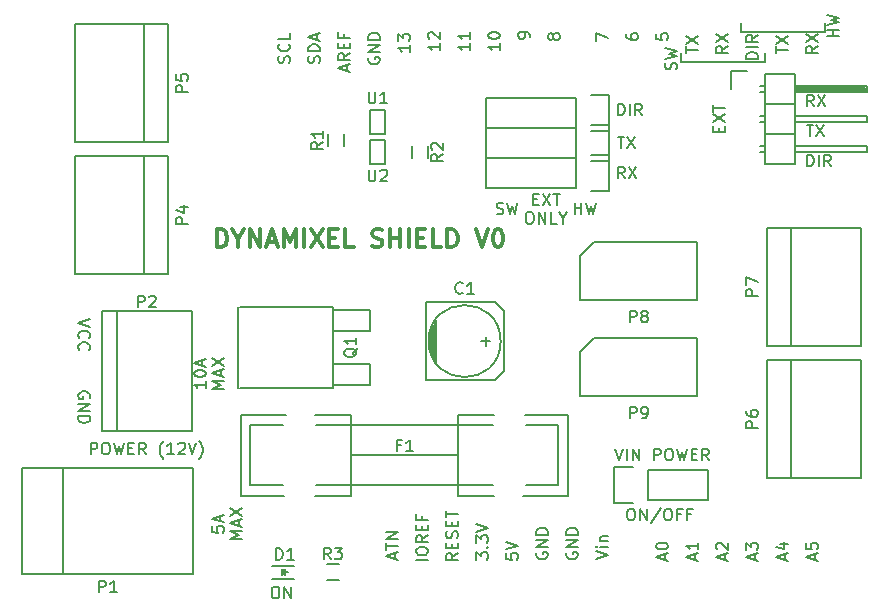
<source format=gto>
G04 #@! TF.FileFunction,Legend,Top*
%FSLAX46Y46*%
G04 Gerber Fmt 4.6, Leading zero omitted, Abs format (unit mm)*
G04 Created by KiCad (PCBNEW 4.0.1-product) date ven 26 aoû 2016 17:54:14 CEST*
%MOMM*%
G01*
G04 APERTURE LIST*
%ADD10C,0.100000*%
%ADD11C,0.150000*%
%ADD12C,0.300000*%
G04 APERTURE END LIST*
D10*
D11*
X115498571Y-66603429D02*
X115498571Y-66270095D01*
X116022381Y-66127238D02*
X116022381Y-66603429D01*
X115022381Y-66603429D01*
X115022381Y-66127238D01*
X115022381Y-65793905D02*
X116022381Y-65127238D01*
X115022381Y-65127238D02*
X116022381Y-65793905D01*
X115022381Y-64889143D02*
X115022381Y-64317714D01*
X116022381Y-64603429D02*
X115022381Y-64603429D01*
X77866952Y-105116381D02*
X78057429Y-105116381D01*
X78152667Y-105164000D01*
X78247905Y-105259238D01*
X78295524Y-105449714D01*
X78295524Y-105783048D01*
X78247905Y-105973524D01*
X78152667Y-106068762D01*
X78057429Y-106116381D01*
X77866952Y-106116381D01*
X77771714Y-106068762D01*
X77676476Y-105973524D01*
X77628857Y-105783048D01*
X77628857Y-105449714D01*
X77676476Y-105259238D01*
X77771714Y-105164000D01*
X77866952Y-105116381D01*
X78724095Y-106116381D02*
X78724095Y-105116381D01*
X79295524Y-106116381D01*
X79295524Y-105116381D01*
X62317904Y-93924381D02*
X62317904Y-92924381D01*
X62698857Y-92924381D01*
X62794095Y-92972000D01*
X62841714Y-93019619D01*
X62889333Y-93114857D01*
X62889333Y-93257714D01*
X62841714Y-93352952D01*
X62794095Y-93400571D01*
X62698857Y-93448190D01*
X62317904Y-93448190D01*
X63508380Y-92924381D02*
X63698857Y-92924381D01*
X63794095Y-92972000D01*
X63889333Y-93067238D01*
X63936952Y-93257714D01*
X63936952Y-93591048D01*
X63889333Y-93781524D01*
X63794095Y-93876762D01*
X63698857Y-93924381D01*
X63508380Y-93924381D01*
X63413142Y-93876762D01*
X63317904Y-93781524D01*
X63270285Y-93591048D01*
X63270285Y-93257714D01*
X63317904Y-93067238D01*
X63413142Y-92972000D01*
X63508380Y-92924381D01*
X64270285Y-92924381D02*
X64508380Y-93924381D01*
X64698857Y-93210095D01*
X64889333Y-93924381D01*
X65127428Y-92924381D01*
X65508380Y-93400571D02*
X65841714Y-93400571D01*
X65984571Y-93924381D02*
X65508380Y-93924381D01*
X65508380Y-92924381D01*
X65984571Y-92924381D01*
X66984571Y-93924381D02*
X66651237Y-93448190D01*
X66413142Y-93924381D02*
X66413142Y-92924381D01*
X66794095Y-92924381D01*
X66889333Y-92972000D01*
X66936952Y-93019619D01*
X66984571Y-93114857D01*
X66984571Y-93257714D01*
X66936952Y-93352952D01*
X66889333Y-93400571D01*
X66794095Y-93448190D01*
X66413142Y-93448190D01*
X68460762Y-94305333D02*
X68413142Y-94257714D01*
X68317904Y-94114857D01*
X68270285Y-94019619D01*
X68222666Y-93876762D01*
X68175047Y-93638667D01*
X68175047Y-93448190D01*
X68222666Y-93210095D01*
X68270285Y-93067238D01*
X68317904Y-92972000D01*
X68413142Y-92829143D01*
X68460762Y-92781524D01*
X69365524Y-93924381D02*
X68794095Y-93924381D01*
X69079809Y-93924381D02*
X69079809Y-92924381D01*
X68984571Y-93067238D01*
X68889333Y-93162476D01*
X68794095Y-93210095D01*
X69746476Y-93019619D02*
X69794095Y-92972000D01*
X69889333Y-92924381D01*
X70127429Y-92924381D01*
X70222667Y-92972000D01*
X70270286Y-93019619D01*
X70317905Y-93114857D01*
X70317905Y-93210095D01*
X70270286Y-93352952D01*
X69698857Y-93924381D01*
X70317905Y-93924381D01*
X70603619Y-92924381D02*
X70936952Y-93924381D01*
X71270286Y-92924381D01*
X71508381Y-94305333D02*
X71556000Y-94257714D01*
X71651238Y-94114857D01*
X71698857Y-94019619D01*
X71746476Y-93876762D01*
X71794095Y-93638667D01*
X71794095Y-93448190D01*
X71746476Y-93210095D01*
X71698857Y-93067238D01*
X71651238Y-92972000D01*
X71556000Y-92829143D01*
X71508381Y-92781524D01*
X72591381Y-100012476D02*
X72591381Y-100488667D01*
X73067571Y-100536286D01*
X73019952Y-100488667D01*
X72972333Y-100393429D01*
X72972333Y-100155333D01*
X73019952Y-100060095D01*
X73067571Y-100012476D01*
X73162810Y-99964857D01*
X73400905Y-99964857D01*
X73496143Y-100012476D01*
X73543762Y-100060095D01*
X73591381Y-100155333D01*
X73591381Y-100393429D01*
X73543762Y-100488667D01*
X73496143Y-100536286D01*
X73305667Y-99583905D02*
X73305667Y-99107714D01*
X73591381Y-99679143D02*
X72591381Y-99345810D01*
X73591381Y-99012476D01*
X75141381Y-101060095D02*
X74141381Y-101060095D01*
X74855667Y-100726761D01*
X74141381Y-100393428D01*
X75141381Y-100393428D01*
X74855667Y-99964857D02*
X74855667Y-99488666D01*
X75141381Y-100060095D02*
X74141381Y-99726762D01*
X75141381Y-99393428D01*
X74141381Y-99155333D02*
X75141381Y-98488666D01*
X74141381Y-98488666D02*
X75141381Y-99155333D01*
X72067381Y-87741047D02*
X72067381Y-88312476D01*
X72067381Y-88026762D02*
X71067381Y-88026762D01*
X71210238Y-88122000D01*
X71305476Y-88217238D01*
X71353095Y-88312476D01*
X71067381Y-87122000D02*
X71067381Y-87026761D01*
X71115000Y-86931523D01*
X71162619Y-86883904D01*
X71257857Y-86836285D01*
X71448333Y-86788666D01*
X71686429Y-86788666D01*
X71876905Y-86836285D01*
X71972143Y-86883904D01*
X72019762Y-86931523D01*
X72067381Y-87026761D01*
X72067381Y-87122000D01*
X72019762Y-87217238D01*
X71972143Y-87264857D01*
X71876905Y-87312476D01*
X71686429Y-87360095D01*
X71448333Y-87360095D01*
X71257857Y-87312476D01*
X71162619Y-87264857D01*
X71115000Y-87217238D01*
X71067381Y-87122000D01*
X71781667Y-86407714D02*
X71781667Y-85931523D01*
X72067381Y-86502952D02*
X71067381Y-86169619D01*
X72067381Y-85836285D01*
X73617381Y-88360095D02*
X72617381Y-88360095D01*
X73331667Y-88026761D01*
X72617381Y-87693428D01*
X73617381Y-87693428D01*
X73331667Y-87264857D02*
X73331667Y-86788666D01*
X73617381Y-87360095D02*
X72617381Y-87026762D01*
X73617381Y-86693428D01*
X72617381Y-86455333D02*
X73617381Y-85788666D01*
X72617381Y-85788666D02*
X73617381Y-86455333D01*
D12*
X73018572Y-76370571D02*
X73018572Y-74870571D01*
X73375715Y-74870571D01*
X73590000Y-74942000D01*
X73732858Y-75084857D01*
X73804286Y-75227714D01*
X73875715Y-75513429D01*
X73875715Y-75727714D01*
X73804286Y-76013429D01*
X73732858Y-76156286D01*
X73590000Y-76299143D01*
X73375715Y-76370571D01*
X73018572Y-76370571D01*
X74804286Y-75656286D02*
X74804286Y-76370571D01*
X74304286Y-74870571D02*
X74804286Y-75656286D01*
X75304286Y-74870571D01*
X75804286Y-76370571D02*
X75804286Y-74870571D01*
X76661429Y-76370571D01*
X76661429Y-74870571D01*
X77304286Y-75942000D02*
X78018572Y-75942000D01*
X77161429Y-76370571D02*
X77661429Y-74870571D01*
X78161429Y-76370571D01*
X78661429Y-76370571D02*
X78661429Y-74870571D01*
X79161429Y-75942000D01*
X79661429Y-74870571D01*
X79661429Y-76370571D01*
X80375715Y-76370571D02*
X80375715Y-74870571D01*
X80947144Y-74870571D02*
X81947144Y-76370571D01*
X81947144Y-74870571D02*
X80947144Y-76370571D01*
X82518572Y-75584857D02*
X83018572Y-75584857D01*
X83232858Y-76370571D02*
X82518572Y-76370571D01*
X82518572Y-74870571D01*
X83232858Y-74870571D01*
X84590001Y-76370571D02*
X83875715Y-76370571D01*
X83875715Y-74870571D01*
X86161429Y-76299143D02*
X86375715Y-76370571D01*
X86732858Y-76370571D01*
X86875715Y-76299143D01*
X86947144Y-76227714D01*
X87018572Y-76084857D01*
X87018572Y-75942000D01*
X86947144Y-75799143D01*
X86875715Y-75727714D01*
X86732858Y-75656286D01*
X86447144Y-75584857D01*
X86304286Y-75513429D01*
X86232858Y-75442000D01*
X86161429Y-75299143D01*
X86161429Y-75156286D01*
X86232858Y-75013429D01*
X86304286Y-74942000D01*
X86447144Y-74870571D01*
X86804286Y-74870571D01*
X87018572Y-74942000D01*
X87661429Y-76370571D02*
X87661429Y-74870571D01*
X87661429Y-75584857D02*
X88518572Y-75584857D01*
X88518572Y-76370571D02*
X88518572Y-74870571D01*
X89232858Y-76370571D02*
X89232858Y-74870571D01*
X89947144Y-75584857D02*
X90447144Y-75584857D01*
X90661430Y-76370571D02*
X89947144Y-76370571D01*
X89947144Y-74870571D01*
X90661430Y-74870571D01*
X92018573Y-76370571D02*
X91304287Y-76370571D01*
X91304287Y-74870571D01*
X92518573Y-76370571D02*
X92518573Y-74870571D01*
X92875716Y-74870571D01*
X93090001Y-74942000D01*
X93232859Y-75084857D01*
X93304287Y-75227714D01*
X93375716Y-75513429D01*
X93375716Y-75727714D01*
X93304287Y-76013429D01*
X93232859Y-76156286D01*
X93090001Y-76299143D01*
X92875716Y-76370571D01*
X92518573Y-76370571D01*
X94947144Y-74870571D02*
X95447144Y-76370571D01*
X95947144Y-74870571D01*
X96732858Y-74870571D02*
X96875715Y-74870571D01*
X97018572Y-74942000D01*
X97090001Y-75013429D01*
X97161430Y-75156286D01*
X97232858Y-75442000D01*
X97232858Y-75799143D01*
X97161430Y-76084857D01*
X97090001Y-76227714D01*
X97018572Y-76299143D01*
X96875715Y-76370571D01*
X96732858Y-76370571D01*
X96590001Y-76299143D01*
X96518572Y-76227714D01*
X96447144Y-76084857D01*
X96375715Y-75799143D01*
X96375715Y-75442000D01*
X96447144Y-75156286D01*
X96518572Y-75013429D01*
X96590001Y-74942000D01*
X96732858Y-74870571D01*
D11*
X103282857Y-73604381D02*
X103282857Y-72604381D01*
X103282857Y-73080571D02*
X103854286Y-73080571D01*
X103854286Y-73604381D02*
X103854286Y-72604381D01*
X104235238Y-72604381D02*
X104473333Y-73604381D01*
X104663810Y-72890095D01*
X104854286Y-73604381D01*
X105092381Y-72604381D01*
X99766571Y-72305571D02*
X100099905Y-72305571D01*
X100242762Y-72829381D02*
X99766571Y-72829381D01*
X99766571Y-71829381D01*
X100242762Y-71829381D01*
X100576095Y-71829381D02*
X101242762Y-72829381D01*
X101242762Y-71829381D02*
X100576095Y-72829381D01*
X101480857Y-71829381D02*
X102052286Y-71829381D01*
X101766571Y-72829381D02*
X101766571Y-71829381D01*
X99385619Y-73379381D02*
X99576096Y-73379381D01*
X99671334Y-73427000D01*
X99766572Y-73522238D01*
X99814191Y-73712714D01*
X99814191Y-74046048D01*
X99766572Y-74236524D01*
X99671334Y-74331762D01*
X99576096Y-74379381D01*
X99385619Y-74379381D01*
X99290381Y-74331762D01*
X99195143Y-74236524D01*
X99147524Y-74046048D01*
X99147524Y-73712714D01*
X99195143Y-73522238D01*
X99290381Y-73427000D01*
X99385619Y-73379381D01*
X100242762Y-74379381D02*
X100242762Y-73379381D01*
X100814191Y-74379381D01*
X100814191Y-73379381D01*
X101766572Y-74379381D02*
X101290381Y-74379381D01*
X101290381Y-73379381D01*
X102290381Y-73903190D02*
X102290381Y-74379381D01*
X101957048Y-73379381D02*
X102290381Y-73903190D01*
X102623715Y-73379381D01*
X96678857Y-73556762D02*
X96821714Y-73604381D01*
X97059810Y-73604381D01*
X97155048Y-73556762D01*
X97202667Y-73509143D01*
X97250286Y-73413905D01*
X97250286Y-73318667D01*
X97202667Y-73223429D01*
X97155048Y-73175810D01*
X97059810Y-73128190D01*
X96869333Y-73080571D01*
X96774095Y-73032952D01*
X96726476Y-72985333D01*
X96678857Y-72890095D01*
X96678857Y-72794857D01*
X96726476Y-72699619D01*
X96774095Y-72652000D01*
X96869333Y-72604381D01*
X97107429Y-72604381D01*
X97250286Y-72652000D01*
X97583619Y-72604381D02*
X97821714Y-73604381D01*
X98012191Y-72890095D01*
X98202667Y-73604381D01*
X98440762Y-72604381D01*
X107529334Y-70556381D02*
X107196000Y-70080190D01*
X106957905Y-70556381D02*
X106957905Y-69556381D01*
X107338858Y-69556381D01*
X107434096Y-69604000D01*
X107481715Y-69651619D01*
X107529334Y-69746857D01*
X107529334Y-69889714D01*
X107481715Y-69984952D01*
X107434096Y-70032571D01*
X107338858Y-70080190D01*
X106957905Y-70080190D01*
X107862667Y-69556381D02*
X108529334Y-70556381D01*
X108529334Y-69556381D02*
X107862667Y-70556381D01*
X106934095Y-67016381D02*
X107505524Y-67016381D01*
X107219809Y-68016381D02*
X107219809Y-67016381D01*
X107743619Y-67016381D02*
X108410286Y-68016381D01*
X108410286Y-67016381D02*
X107743619Y-68016381D01*
X106950000Y-65222381D02*
X106950000Y-64222381D01*
X107188095Y-64222381D01*
X107330953Y-64270000D01*
X107426191Y-64365238D01*
X107473810Y-64460476D01*
X107521429Y-64650952D01*
X107521429Y-64793810D01*
X107473810Y-64984286D01*
X107426191Y-65079524D01*
X107330953Y-65174762D01*
X107188095Y-65222381D01*
X106950000Y-65222381D01*
X107950000Y-65222381D02*
X107950000Y-64222381D01*
X108997619Y-65222381D02*
X108664285Y-64746190D01*
X108426190Y-65222381D02*
X108426190Y-64222381D01*
X108807143Y-64222381D01*
X108902381Y-64270000D01*
X108950000Y-64317619D01*
X108997619Y-64412857D01*
X108997619Y-64555714D01*
X108950000Y-64650952D01*
X108902381Y-64698571D01*
X108807143Y-64746190D01*
X108426190Y-64746190D01*
X106720191Y-93432381D02*
X107053524Y-94432381D01*
X107386858Y-93432381D01*
X107720191Y-94432381D02*
X107720191Y-93432381D01*
X108196381Y-94432381D02*
X108196381Y-93432381D01*
X108767810Y-94432381D01*
X108767810Y-93432381D01*
X110005905Y-94432381D02*
X110005905Y-93432381D01*
X110386858Y-93432381D01*
X110482096Y-93480000D01*
X110529715Y-93527619D01*
X110577334Y-93622857D01*
X110577334Y-93765714D01*
X110529715Y-93860952D01*
X110482096Y-93908571D01*
X110386858Y-93956190D01*
X110005905Y-93956190D01*
X111196381Y-93432381D02*
X111386858Y-93432381D01*
X111482096Y-93480000D01*
X111577334Y-93575238D01*
X111624953Y-93765714D01*
X111624953Y-94099048D01*
X111577334Y-94289524D01*
X111482096Y-94384762D01*
X111386858Y-94432381D01*
X111196381Y-94432381D01*
X111101143Y-94384762D01*
X111005905Y-94289524D01*
X110958286Y-94099048D01*
X110958286Y-93765714D01*
X111005905Y-93575238D01*
X111101143Y-93480000D01*
X111196381Y-93432381D01*
X111958286Y-93432381D02*
X112196381Y-94432381D01*
X112386858Y-93718095D01*
X112577334Y-94432381D01*
X112815429Y-93432381D01*
X113196381Y-93908571D02*
X113529715Y-93908571D01*
X113672572Y-94432381D02*
X113196381Y-94432381D01*
X113196381Y-93432381D01*
X113672572Y-93432381D01*
X114672572Y-94432381D02*
X114339238Y-93956190D01*
X114101143Y-94432381D02*
X114101143Y-93432381D01*
X114482096Y-93432381D01*
X114577334Y-93480000D01*
X114624953Y-93527619D01*
X114672572Y-93622857D01*
X114672572Y-93765714D01*
X114624953Y-93860952D01*
X114577334Y-93908571D01*
X114482096Y-93956190D01*
X114101143Y-93956190D01*
X122952000Y-69540381D02*
X122952000Y-68540381D01*
X123190095Y-68540381D01*
X123332953Y-68588000D01*
X123428191Y-68683238D01*
X123475810Y-68778476D01*
X123523429Y-68968952D01*
X123523429Y-69111810D01*
X123475810Y-69302286D01*
X123428191Y-69397524D01*
X123332953Y-69492762D01*
X123190095Y-69540381D01*
X122952000Y-69540381D01*
X123952000Y-69540381D02*
X123952000Y-68540381D01*
X124999619Y-69540381D02*
X124666285Y-69064190D01*
X124428190Y-69540381D02*
X124428190Y-68540381D01*
X124809143Y-68540381D01*
X124904381Y-68588000D01*
X124952000Y-68635619D01*
X124999619Y-68730857D01*
X124999619Y-68873714D01*
X124952000Y-68968952D01*
X124904381Y-69016571D01*
X124809143Y-69064190D01*
X124428190Y-69064190D01*
X122936095Y-66000381D02*
X123507524Y-66000381D01*
X123221809Y-67000381D02*
X123221809Y-66000381D01*
X123745619Y-66000381D02*
X124412286Y-67000381D01*
X124412286Y-66000381D02*
X123745619Y-67000381D01*
X123531334Y-64460381D02*
X123198000Y-63984190D01*
X122959905Y-64460381D02*
X122959905Y-63460381D01*
X123340858Y-63460381D01*
X123436096Y-63508000D01*
X123483715Y-63555619D01*
X123531334Y-63650857D01*
X123531334Y-63793714D01*
X123483715Y-63888952D01*
X123436096Y-63936571D01*
X123340858Y-63984190D01*
X122959905Y-63984190D01*
X123864667Y-63460381D02*
X124531334Y-64460381D01*
X124531334Y-63460381D02*
X123864667Y-64460381D01*
X107966190Y-98512381D02*
X108156667Y-98512381D01*
X108251905Y-98560000D01*
X108347143Y-98655238D01*
X108394762Y-98845714D01*
X108394762Y-99179048D01*
X108347143Y-99369524D01*
X108251905Y-99464762D01*
X108156667Y-99512381D01*
X107966190Y-99512381D01*
X107870952Y-99464762D01*
X107775714Y-99369524D01*
X107728095Y-99179048D01*
X107728095Y-98845714D01*
X107775714Y-98655238D01*
X107870952Y-98560000D01*
X107966190Y-98512381D01*
X108823333Y-99512381D02*
X108823333Y-98512381D01*
X109394762Y-99512381D01*
X109394762Y-98512381D01*
X110585238Y-98464762D02*
X109728095Y-99750476D01*
X111109047Y-98512381D02*
X111299524Y-98512381D01*
X111394762Y-98560000D01*
X111490000Y-98655238D01*
X111537619Y-98845714D01*
X111537619Y-99179048D01*
X111490000Y-99369524D01*
X111394762Y-99464762D01*
X111299524Y-99512381D01*
X111109047Y-99512381D01*
X111013809Y-99464762D01*
X110918571Y-99369524D01*
X110870952Y-99179048D01*
X110870952Y-98845714D01*
X110918571Y-98655238D01*
X111013809Y-98560000D01*
X111109047Y-98512381D01*
X112299524Y-98988571D02*
X111966190Y-98988571D01*
X111966190Y-99512381D02*
X111966190Y-98512381D01*
X112442381Y-98512381D01*
X113156667Y-98988571D02*
X112823333Y-98988571D01*
X112823333Y-99512381D02*
X112823333Y-98512381D01*
X113299524Y-98512381D01*
X62222000Y-89154096D02*
X62269619Y-89058858D01*
X62269619Y-88916001D01*
X62222000Y-88773143D01*
X62126762Y-88677905D01*
X62031524Y-88630286D01*
X61841048Y-88582667D01*
X61698190Y-88582667D01*
X61507714Y-88630286D01*
X61412476Y-88677905D01*
X61317238Y-88773143D01*
X61269619Y-88916001D01*
X61269619Y-89011239D01*
X61317238Y-89154096D01*
X61364857Y-89201715D01*
X61698190Y-89201715D01*
X61698190Y-89011239D01*
X61269619Y-89630286D02*
X62269619Y-89630286D01*
X61269619Y-90201715D01*
X62269619Y-90201715D01*
X61269619Y-90677905D02*
X62269619Y-90677905D01*
X62269619Y-90916000D01*
X62222000Y-91058858D01*
X62126762Y-91154096D01*
X62031524Y-91201715D01*
X61841048Y-91249334D01*
X61698190Y-91249334D01*
X61507714Y-91201715D01*
X61412476Y-91154096D01*
X61317238Y-91058858D01*
X61269619Y-90916000D01*
X61269619Y-90677905D01*
X62269619Y-82486667D02*
X61269619Y-82820000D01*
X62269619Y-83153334D01*
X61364857Y-84058096D02*
X61317238Y-84010477D01*
X61269619Y-83867620D01*
X61269619Y-83772382D01*
X61317238Y-83629524D01*
X61412476Y-83534286D01*
X61507714Y-83486667D01*
X61698190Y-83439048D01*
X61841048Y-83439048D01*
X62031524Y-83486667D01*
X62126762Y-83534286D01*
X62222000Y-83629524D01*
X62269619Y-83772382D01*
X62269619Y-83867620D01*
X62222000Y-84010477D01*
X62174381Y-84058096D01*
X61364857Y-85058096D02*
X61317238Y-85010477D01*
X61269619Y-84867620D01*
X61269619Y-84772382D01*
X61317238Y-84629524D01*
X61412476Y-84534286D01*
X61507714Y-84486667D01*
X61698190Y-84439048D01*
X61841048Y-84439048D01*
X62031524Y-84486667D01*
X62126762Y-84534286D01*
X62222000Y-84629524D01*
X62269619Y-84772382D01*
X62269619Y-84867620D01*
X62222000Y-85010477D01*
X62174381Y-85058096D01*
X91059000Y-83566000D02*
X91059000Y-85090000D01*
X91186000Y-85471000D02*
X91186000Y-83185000D01*
X91313000Y-82931000D02*
X91313000Y-85725000D01*
X91440000Y-85979000D02*
X91440000Y-82677000D01*
X91567000Y-82550000D02*
X91567000Y-86106000D01*
X90678000Y-81026000D02*
X90678000Y-87630000D01*
X90678000Y-87630000D02*
X96520000Y-87630000D01*
X96520000Y-87630000D02*
X97282000Y-86868000D01*
X97282000Y-86868000D02*
X97282000Y-81788000D01*
X97282000Y-81788000D02*
X96520000Y-81026000D01*
X96520000Y-81026000D02*
X90678000Y-81026000D01*
X96139000Y-84328000D02*
X95377000Y-84328000D01*
X95758000Y-83947000D02*
X95758000Y-84709000D01*
X97028000Y-84328000D02*
G75*
G03X97028000Y-84328000I-3048000J0D01*
G01*
X103378000Y-63754000D02*
X95758000Y-63754000D01*
X103378000Y-66294000D02*
X95758000Y-66294000D01*
X106198000Y-66574000D02*
X104648000Y-66574000D01*
X95758000Y-63754000D02*
X95758000Y-66294000D01*
X103378000Y-66294000D02*
X103378000Y-63754000D01*
X104648000Y-63474000D02*
X106198000Y-63474000D01*
X106198000Y-63474000D02*
X106198000Y-66574000D01*
X103378000Y-66294000D02*
X95758000Y-66294000D01*
X103378000Y-68834000D02*
X95758000Y-68834000D01*
X106198000Y-69114000D02*
X104648000Y-69114000D01*
X95758000Y-66294000D02*
X95758000Y-68834000D01*
X103378000Y-68834000D02*
X103378000Y-66294000D01*
X104648000Y-66014000D02*
X106198000Y-66014000D01*
X106198000Y-66014000D02*
X106198000Y-69114000D01*
X103378000Y-68834000D02*
X95758000Y-68834000D01*
X103378000Y-71374000D02*
X95758000Y-71374000D01*
X106198000Y-71654000D02*
X104648000Y-71654000D01*
X95758000Y-68834000D02*
X95758000Y-71374000D01*
X103378000Y-71374000D02*
X103378000Y-68834000D01*
X104648000Y-68554000D02*
X106198000Y-68554000D01*
X106198000Y-68554000D02*
X106198000Y-71654000D01*
X109474000Y-97790000D02*
X114554000Y-97790000D01*
X114554000Y-97790000D02*
X114554000Y-95250000D01*
X114554000Y-95250000D02*
X109474000Y-95250000D01*
X106654000Y-94970000D02*
X108204000Y-94970000D01*
X109474000Y-95250000D02*
X109474000Y-97790000D01*
X108204000Y-98070000D02*
X106654000Y-98070000D01*
X106654000Y-98070000D02*
X106654000Y-94970000D01*
X64516000Y-91948000D02*
X64516000Y-81788000D01*
X63246000Y-91948000D02*
X70866000Y-91948000D01*
X70866000Y-91948000D02*
X70866000Y-81788000D01*
X70866000Y-81788000D02*
X63246000Y-81788000D01*
X63246000Y-81788000D02*
X63246000Y-91948000D01*
X116556000Y-61442000D02*
X116556000Y-62992000D01*
X117856000Y-61442000D02*
X116556000Y-61442000D01*
X122047000Y-62865000D02*
X127889000Y-62865000D01*
X127889000Y-62865000D02*
X127889000Y-63119000D01*
X127889000Y-63119000D02*
X122047000Y-63119000D01*
X122047000Y-63119000D02*
X122047000Y-62992000D01*
X122047000Y-62992000D02*
X127889000Y-62992000D01*
X119380000Y-62738000D02*
X118999000Y-62738000D01*
X119380000Y-63246000D02*
X118999000Y-63246000D01*
X119380000Y-65278000D02*
X118999000Y-65278000D01*
X119380000Y-65786000D02*
X118999000Y-65786000D01*
X119380000Y-67818000D02*
X118999000Y-67818000D01*
X119380000Y-68326000D02*
X118999000Y-68326000D01*
X121920000Y-64262000D02*
X121920000Y-61722000D01*
X128016000Y-63246000D02*
X121920000Y-63246000D01*
X128016000Y-62738000D02*
X128016000Y-63246000D01*
X121920000Y-62738000D02*
X128016000Y-62738000D01*
X119380000Y-64262000D02*
X121920000Y-64262000D01*
X119380000Y-61722000D02*
X119380000Y-64262000D01*
X119380000Y-61722000D02*
X121920000Y-61722000D01*
X119380000Y-66802000D02*
X121920000Y-66802000D01*
X119380000Y-66802000D02*
X119380000Y-69342000D01*
X121920000Y-67818000D02*
X128016000Y-67818000D01*
X128016000Y-67818000D02*
X128016000Y-68326000D01*
X128016000Y-68326000D02*
X121920000Y-68326000D01*
X121920000Y-69342000D02*
X121920000Y-66802000D01*
X121920000Y-66802000D02*
X121920000Y-64262000D01*
X128016000Y-65786000D02*
X121920000Y-65786000D01*
X128016000Y-65278000D02*
X128016000Y-65786000D01*
X121920000Y-65278000D02*
X128016000Y-65278000D01*
X119380000Y-66802000D02*
X121920000Y-66802000D01*
X119380000Y-64262000D02*
X119380000Y-66802000D01*
X119380000Y-64262000D02*
X121920000Y-64262000D01*
X119380000Y-69342000D02*
X121920000Y-69342000D01*
X66864000Y-78660000D02*
X66864000Y-68660000D01*
X60964000Y-68660000D02*
X60964000Y-78660000D01*
X60964000Y-78660000D02*
X68864000Y-78660000D01*
X68864000Y-78660000D02*
X68864000Y-68660000D01*
X68864000Y-68660000D02*
X60964000Y-68660000D01*
X66864000Y-67484000D02*
X66864000Y-57484000D01*
X60964000Y-57484000D02*
X60964000Y-67484000D01*
X60964000Y-67484000D02*
X68864000Y-67484000D01*
X68864000Y-67484000D02*
X68864000Y-57484000D01*
X68864000Y-57484000D02*
X60964000Y-57484000D01*
X121604000Y-85932000D02*
X121604000Y-95932000D01*
X127504000Y-95932000D02*
X127504000Y-85932000D01*
X127504000Y-85932000D02*
X119604000Y-85932000D01*
X119604000Y-85932000D02*
X119604000Y-95932000D01*
X119604000Y-95932000D02*
X127504000Y-95932000D01*
X103762000Y-77124000D02*
X104962000Y-75924000D01*
X113662000Y-75924000D02*
X104962000Y-75924000D01*
X103762000Y-80824000D02*
X103762000Y-77124000D01*
X113662000Y-80824000D02*
X113662000Y-75924000D01*
X103762000Y-80824000D02*
X113662000Y-80824000D01*
X103762000Y-85252000D02*
X104962000Y-84052000D01*
X113662000Y-84052000D02*
X104962000Y-84052000D01*
X103762000Y-88952000D02*
X103762000Y-85252000D01*
X113662000Y-88952000D02*
X113662000Y-84052000D01*
X103762000Y-88952000D02*
X113662000Y-88952000D01*
X82804000Y-83439000D02*
X85979000Y-83439000D01*
X85979000Y-83439000D02*
X85979000Y-81661000D01*
X85979000Y-81661000D02*
X82804000Y-81661000D01*
X82804000Y-88011000D02*
X85979000Y-88011000D01*
X85979000Y-88011000D02*
X85979000Y-86233000D01*
X85979000Y-86233000D02*
X82804000Y-86233000D01*
X76708000Y-81407000D02*
X82804000Y-81407000D01*
X82804000Y-81407000D02*
X82804000Y-88265000D01*
X82804000Y-88265000D02*
X74930000Y-88265000D01*
X74803000Y-88265000D02*
X74803000Y-81407000D01*
X74930000Y-81407000D02*
X76708000Y-81407000D01*
X82383000Y-67810000D02*
X82383000Y-66810000D01*
X83733000Y-66810000D02*
X83733000Y-67810000D01*
X89495000Y-68826000D02*
X89495000Y-67826000D01*
X90845000Y-67826000D02*
X90845000Y-68826000D01*
X85979000Y-64770000D02*
X85979000Y-66802000D01*
X85979000Y-66802000D02*
X87249000Y-66802000D01*
X87249000Y-66802000D02*
X87249000Y-64770000D01*
X87249000Y-64770000D02*
X85979000Y-64770000D01*
X87249000Y-69342000D02*
X87249000Y-67310000D01*
X87249000Y-67310000D02*
X85979000Y-67310000D01*
X85979000Y-67310000D02*
X85979000Y-69342000D01*
X85979000Y-69342000D02*
X87249000Y-69342000D01*
X60007500Y-95067120D02*
X60007500Y-104068880D01*
X56507380Y-95067120D02*
X56507380Y-104068880D01*
X56507380Y-104068880D02*
X71008240Y-104068880D01*
X71008240Y-104068880D02*
X71008240Y-95067120D01*
X71008240Y-95067120D02*
X56507380Y-95067120D01*
X121604000Y-74756000D02*
X121604000Y-84756000D01*
X127504000Y-84756000D02*
X127504000Y-74756000D01*
X127504000Y-74756000D02*
X119604000Y-74756000D01*
X119604000Y-74756000D02*
X119604000Y-84756000D01*
X119604000Y-84756000D02*
X127504000Y-84756000D01*
X93400000Y-93980000D02*
X84400000Y-93980000D01*
X102767640Y-97409000D02*
X98957640Y-97409000D01*
X93400000Y-97409000D02*
X96500000Y-97409000D01*
X101878640Y-96520000D02*
X99211640Y-96520000D01*
X92115640Y-91440000D02*
X94909640Y-91440000D01*
X101876100Y-91440000D02*
X99209100Y-91440000D01*
X102767640Y-90551000D02*
X99084640Y-90551000D01*
X93400000Y-90551000D02*
X96500000Y-90551000D01*
X75032360Y-97409000D02*
X78715360Y-97409000D01*
X84400000Y-97409000D02*
X81300000Y-97409000D01*
X83017360Y-96520000D02*
X82890360Y-96520000D01*
X83017360Y-96520000D02*
X85557360Y-96520000D01*
X75794360Y-96520000D02*
X78588360Y-96520000D01*
X75032360Y-90551000D02*
X78842360Y-90551000D01*
X84400000Y-90551000D02*
X81300000Y-90551000D01*
X85557360Y-91440000D02*
X82890360Y-91440000D01*
X75794360Y-91440000D02*
X78588360Y-91440000D01*
X102767640Y-90551000D02*
X102767640Y-97409000D01*
X93400000Y-97409000D02*
X93400000Y-96520000D01*
X93400000Y-90551000D02*
X93400000Y-91440000D01*
X75032360Y-90551000D02*
X75032360Y-97409000D01*
X84400000Y-97409000D02*
X84400000Y-96520000D01*
X84400000Y-90551000D02*
X84400000Y-91567000D01*
X96400000Y-96520000D02*
X81400000Y-96520000D01*
X81400000Y-91440000D02*
X96400000Y-91440000D01*
X84400000Y-93980000D02*
X84400000Y-91440000D01*
X75796900Y-91440000D02*
X75796900Y-96520000D01*
X84400000Y-96520000D02*
X84400000Y-93980000D01*
X93400000Y-93980000D02*
X93400000Y-91440000D01*
X101876100Y-91440000D02*
X101876100Y-96520000D01*
X93400000Y-96520000D02*
X93400000Y-93980000D01*
X77640000Y-104436000D02*
X79540000Y-104436000D01*
X77640000Y-103336000D02*
X79540000Y-103336000D01*
X78540000Y-103886000D02*
X78990000Y-103886000D01*
X78490000Y-103636000D02*
X78490000Y-104136000D01*
X78490000Y-103886000D02*
X78740000Y-103636000D01*
X78740000Y-103636000D02*
X78740000Y-104136000D01*
X78740000Y-104136000D02*
X78490000Y-103886000D01*
X82304000Y-103211000D02*
X83304000Y-103211000D01*
X83304000Y-104561000D02*
X82304000Y-104561000D01*
X119380000Y-60706000D02*
X119380000Y-59944000D01*
X119380000Y-60706000D02*
X112268000Y-60706000D01*
X112268000Y-59944000D02*
X112268000Y-60706000D01*
X117348000Y-57404000D02*
X117348000Y-58166000D01*
X117348000Y-58166000D02*
X124460000Y-58166000D01*
X124460000Y-58166000D02*
X124460000Y-57404000D01*
X93813334Y-80240143D02*
X93765715Y-80287762D01*
X93622858Y-80335381D01*
X93527620Y-80335381D01*
X93384762Y-80287762D01*
X93289524Y-80192524D01*
X93241905Y-80097286D01*
X93194286Y-79906810D01*
X93194286Y-79763952D01*
X93241905Y-79573476D01*
X93289524Y-79478238D01*
X93384762Y-79383000D01*
X93527620Y-79335381D01*
X93622858Y-79335381D01*
X93765715Y-79383000D01*
X93813334Y-79430619D01*
X94765715Y-80335381D02*
X94194286Y-80335381D01*
X94480000Y-80335381D02*
X94480000Y-79335381D01*
X94384762Y-79478238D01*
X94289524Y-79573476D01*
X94194286Y-79621095D01*
X66317905Y-81478381D02*
X66317905Y-80478381D01*
X66698858Y-80478381D01*
X66794096Y-80526000D01*
X66841715Y-80573619D01*
X66889334Y-80668857D01*
X66889334Y-80811714D01*
X66841715Y-80906952D01*
X66794096Y-80954571D01*
X66698858Y-81002190D01*
X66317905Y-81002190D01*
X67270286Y-80573619D02*
X67317905Y-80526000D01*
X67413143Y-80478381D01*
X67651239Y-80478381D01*
X67746477Y-80526000D01*
X67794096Y-80573619D01*
X67841715Y-80668857D01*
X67841715Y-80764095D01*
X67794096Y-80906952D01*
X67222667Y-81478381D01*
X67841715Y-81478381D01*
X70556381Y-74398095D02*
X69556381Y-74398095D01*
X69556381Y-74017142D01*
X69604000Y-73921904D01*
X69651619Y-73874285D01*
X69746857Y-73826666D01*
X69889714Y-73826666D01*
X69984952Y-73874285D01*
X70032571Y-73921904D01*
X70080190Y-74017142D01*
X70080190Y-74398095D01*
X69889714Y-72969523D02*
X70556381Y-72969523D01*
X69508762Y-73207619D02*
X70223048Y-73445714D01*
X70223048Y-72826666D01*
X70556381Y-63222095D02*
X69556381Y-63222095D01*
X69556381Y-62841142D01*
X69604000Y-62745904D01*
X69651619Y-62698285D01*
X69746857Y-62650666D01*
X69889714Y-62650666D01*
X69984952Y-62698285D01*
X70032571Y-62745904D01*
X70080190Y-62841142D01*
X70080190Y-63222095D01*
X69556381Y-61745904D02*
X69556381Y-62222095D01*
X70032571Y-62269714D01*
X69984952Y-62222095D01*
X69937333Y-62126857D01*
X69937333Y-61888761D01*
X69984952Y-61793523D01*
X70032571Y-61745904D01*
X70127810Y-61698285D01*
X70365905Y-61698285D01*
X70461143Y-61745904D01*
X70508762Y-61793523D01*
X70556381Y-61888761D01*
X70556381Y-62126857D01*
X70508762Y-62222095D01*
X70461143Y-62269714D01*
X118816381Y-91670095D02*
X117816381Y-91670095D01*
X117816381Y-91289142D01*
X117864000Y-91193904D01*
X117911619Y-91146285D01*
X118006857Y-91098666D01*
X118149714Y-91098666D01*
X118244952Y-91146285D01*
X118292571Y-91193904D01*
X118340190Y-91289142D01*
X118340190Y-91670095D01*
X117816381Y-90241523D02*
X117816381Y-90432000D01*
X117864000Y-90527238D01*
X117911619Y-90574857D01*
X118054476Y-90670095D01*
X118244952Y-90717714D01*
X118625905Y-90717714D01*
X118721143Y-90670095D01*
X118768762Y-90622476D01*
X118816381Y-90527238D01*
X118816381Y-90336761D01*
X118768762Y-90241523D01*
X118721143Y-90193904D01*
X118625905Y-90146285D01*
X118387810Y-90146285D01*
X118292571Y-90193904D01*
X118244952Y-90241523D01*
X118197333Y-90336761D01*
X118197333Y-90527238D01*
X118244952Y-90622476D01*
X118292571Y-90670095D01*
X118387810Y-90717714D01*
X107973905Y-82748381D02*
X107973905Y-81748381D01*
X108354858Y-81748381D01*
X108450096Y-81796000D01*
X108497715Y-81843619D01*
X108545334Y-81938857D01*
X108545334Y-82081714D01*
X108497715Y-82176952D01*
X108450096Y-82224571D01*
X108354858Y-82272190D01*
X107973905Y-82272190D01*
X109116762Y-82176952D02*
X109021524Y-82129333D01*
X108973905Y-82081714D01*
X108926286Y-81986476D01*
X108926286Y-81938857D01*
X108973905Y-81843619D01*
X109021524Y-81796000D01*
X109116762Y-81748381D01*
X109307239Y-81748381D01*
X109402477Y-81796000D01*
X109450096Y-81843619D01*
X109497715Y-81938857D01*
X109497715Y-81986476D01*
X109450096Y-82081714D01*
X109402477Y-82129333D01*
X109307239Y-82176952D01*
X109116762Y-82176952D01*
X109021524Y-82224571D01*
X108973905Y-82272190D01*
X108926286Y-82367429D01*
X108926286Y-82557905D01*
X108973905Y-82653143D01*
X109021524Y-82700762D01*
X109116762Y-82748381D01*
X109307239Y-82748381D01*
X109402477Y-82700762D01*
X109450096Y-82653143D01*
X109497715Y-82557905D01*
X109497715Y-82367429D01*
X109450096Y-82272190D01*
X109402477Y-82224571D01*
X109307239Y-82176952D01*
X107973905Y-90876381D02*
X107973905Y-89876381D01*
X108354858Y-89876381D01*
X108450096Y-89924000D01*
X108497715Y-89971619D01*
X108545334Y-90066857D01*
X108545334Y-90209714D01*
X108497715Y-90304952D01*
X108450096Y-90352571D01*
X108354858Y-90400190D01*
X107973905Y-90400190D01*
X109021524Y-90876381D02*
X109212000Y-90876381D01*
X109307239Y-90828762D01*
X109354858Y-90781143D01*
X109450096Y-90638286D01*
X109497715Y-90447810D01*
X109497715Y-90066857D01*
X109450096Y-89971619D01*
X109402477Y-89924000D01*
X109307239Y-89876381D01*
X109116762Y-89876381D01*
X109021524Y-89924000D01*
X108973905Y-89971619D01*
X108926286Y-90066857D01*
X108926286Y-90304952D01*
X108973905Y-90400190D01*
X109021524Y-90447810D01*
X109116762Y-90495429D01*
X109307239Y-90495429D01*
X109402477Y-90447810D01*
X109450096Y-90400190D01*
X109497715Y-90304952D01*
X84875619Y-84931238D02*
X84828000Y-85026476D01*
X84732762Y-85121714D01*
X84589905Y-85264571D01*
X84542286Y-85359810D01*
X84542286Y-85455048D01*
X84780381Y-85407429D02*
X84732762Y-85502667D01*
X84637524Y-85597905D01*
X84447048Y-85645524D01*
X84113714Y-85645524D01*
X83923238Y-85597905D01*
X83828000Y-85502667D01*
X83780381Y-85407429D01*
X83780381Y-85216952D01*
X83828000Y-85121714D01*
X83923238Y-85026476D01*
X84113714Y-84978857D01*
X84447048Y-84978857D01*
X84637524Y-85026476D01*
X84732762Y-85121714D01*
X84780381Y-85216952D01*
X84780381Y-85407429D01*
X84780381Y-84026476D02*
X84780381Y-84597905D01*
X84780381Y-84312191D02*
X83780381Y-84312191D01*
X83923238Y-84407429D01*
X84018476Y-84502667D01*
X84066095Y-84597905D01*
X81986381Y-67476666D02*
X81510190Y-67810000D01*
X81986381Y-68048095D02*
X80986381Y-68048095D01*
X80986381Y-67667142D01*
X81034000Y-67571904D01*
X81081619Y-67524285D01*
X81176857Y-67476666D01*
X81319714Y-67476666D01*
X81414952Y-67524285D01*
X81462571Y-67571904D01*
X81510190Y-67667142D01*
X81510190Y-68048095D01*
X81986381Y-66524285D02*
X81986381Y-67095714D01*
X81986381Y-66810000D02*
X80986381Y-66810000D01*
X81129238Y-66905238D01*
X81224476Y-67000476D01*
X81272095Y-67095714D01*
X92146381Y-68492666D02*
X91670190Y-68826000D01*
X92146381Y-69064095D02*
X91146381Y-69064095D01*
X91146381Y-68683142D01*
X91194000Y-68587904D01*
X91241619Y-68540285D01*
X91336857Y-68492666D01*
X91479714Y-68492666D01*
X91574952Y-68540285D01*
X91622571Y-68587904D01*
X91670190Y-68683142D01*
X91670190Y-69064095D01*
X91241619Y-68111714D02*
X91194000Y-68064095D01*
X91146381Y-67968857D01*
X91146381Y-67730761D01*
X91194000Y-67635523D01*
X91241619Y-67587904D01*
X91336857Y-67540285D01*
X91432095Y-67540285D01*
X91574952Y-67587904D01*
X92146381Y-68159333D01*
X92146381Y-67540285D01*
X85852095Y-63206381D02*
X85852095Y-64015905D01*
X85899714Y-64111143D01*
X85947333Y-64158762D01*
X86042571Y-64206381D01*
X86233048Y-64206381D01*
X86328286Y-64158762D01*
X86375905Y-64111143D01*
X86423524Y-64015905D01*
X86423524Y-63206381D01*
X87423524Y-64206381D02*
X86852095Y-64206381D01*
X87137809Y-64206381D02*
X87137809Y-63206381D01*
X87042571Y-63349238D01*
X86947333Y-63444476D01*
X86852095Y-63492095D01*
X85852095Y-69810381D02*
X85852095Y-70619905D01*
X85899714Y-70715143D01*
X85947333Y-70762762D01*
X86042571Y-70810381D01*
X86233048Y-70810381D01*
X86328286Y-70762762D01*
X86375905Y-70715143D01*
X86423524Y-70619905D01*
X86423524Y-69810381D01*
X86852095Y-69905619D02*
X86899714Y-69858000D01*
X86994952Y-69810381D01*
X87233048Y-69810381D01*
X87328286Y-69858000D01*
X87375905Y-69905619D01*
X87423524Y-70000857D01*
X87423524Y-70096095D01*
X87375905Y-70238952D01*
X86804476Y-70810381D01*
X87423524Y-70810381D01*
X63015905Y-105608381D02*
X63015905Y-104608381D01*
X63396858Y-104608381D01*
X63492096Y-104656000D01*
X63539715Y-104703619D01*
X63587334Y-104798857D01*
X63587334Y-104941714D01*
X63539715Y-105036952D01*
X63492096Y-105084571D01*
X63396858Y-105132190D01*
X63015905Y-105132190D01*
X64539715Y-105608381D02*
X63968286Y-105608381D01*
X64254000Y-105608381D02*
X64254000Y-104608381D01*
X64158762Y-104751238D01*
X64063524Y-104846476D01*
X63968286Y-104894095D01*
X118816381Y-80494095D02*
X117816381Y-80494095D01*
X117816381Y-80113142D01*
X117864000Y-80017904D01*
X117911619Y-79970285D01*
X118006857Y-79922666D01*
X118149714Y-79922666D01*
X118244952Y-79970285D01*
X118292571Y-80017904D01*
X118340190Y-80113142D01*
X118340190Y-80494095D01*
X117816381Y-79589333D02*
X117816381Y-78922666D01*
X118816381Y-79351238D01*
X88566667Y-93146571D02*
X88233333Y-93146571D01*
X88233333Y-93670381D02*
X88233333Y-92670381D01*
X88709524Y-92670381D01*
X89614286Y-93670381D02*
X89042857Y-93670381D01*
X89328571Y-93670381D02*
X89328571Y-92670381D01*
X89233333Y-92813238D01*
X89138095Y-92908476D01*
X89042857Y-92956095D01*
X78001905Y-102838381D02*
X78001905Y-101838381D01*
X78240000Y-101838381D01*
X78382858Y-101886000D01*
X78478096Y-101981238D01*
X78525715Y-102076476D01*
X78573334Y-102266952D01*
X78573334Y-102409810D01*
X78525715Y-102600286D01*
X78478096Y-102695524D01*
X78382858Y-102790762D01*
X78240000Y-102838381D01*
X78001905Y-102838381D01*
X79525715Y-102838381D02*
X78954286Y-102838381D01*
X79240000Y-102838381D02*
X79240000Y-101838381D01*
X79144762Y-101981238D01*
X79049524Y-102076476D01*
X78954286Y-102124095D01*
X82637334Y-102814381D02*
X82304000Y-102338190D01*
X82065905Y-102814381D02*
X82065905Y-101814381D01*
X82446858Y-101814381D01*
X82542096Y-101862000D01*
X82589715Y-101909619D01*
X82637334Y-102004857D01*
X82637334Y-102147714D01*
X82589715Y-102242952D01*
X82542096Y-102290571D01*
X82446858Y-102338190D01*
X82065905Y-102338190D01*
X82970667Y-101814381D02*
X83589715Y-101814381D01*
X83256381Y-102195333D01*
X83399239Y-102195333D01*
X83494477Y-102242952D01*
X83542096Y-102290571D01*
X83589715Y-102385810D01*
X83589715Y-102623905D01*
X83542096Y-102719143D01*
X83494477Y-102766762D01*
X83399239Y-102814381D01*
X83113524Y-102814381D01*
X83018286Y-102766762D01*
X82970667Y-102719143D01*
X111910762Y-61309143D02*
X111958381Y-61166286D01*
X111958381Y-60928190D01*
X111910762Y-60832952D01*
X111863143Y-60785333D01*
X111767905Y-60737714D01*
X111672667Y-60737714D01*
X111577429Y-60785333D01*
X111529810Y-60832952D01*
X111482190Y-60928190D01*
X111434571Y-61118667D01*
X111386952Y-61213905D01*
X111339333Y-61261524D01*
X111244095Y-61309143D01*
X111148857Y-61309143D01*
X111053619Y-61261524D01*
X111006000Y-61213905D01*
X110958381Y-61118667D01*
X110958381Y-60880571D01*
X111006000Y-60737714D01*
X110958381Y-60404381D02*
X111958381Y-60166286D01*
X111244095Y-59975809D01*
X111958381Y-59785333D01*
X110958381Y-59547238D01*
X125674381Y-58515143D02*
X124674381Y-58515143D01*
X125150571Y-58515143D02*
X125150571Y-57943714D01*
X125674381Y-57943714D02*
X124674381Y-57943714D01*
X124674381Y-57562762D02*
X125674381Y-57324667D01*
X124960095Y-57134190D01*
X125674381Y-56943714D01*
X124674381Y-56705619D01*
X79144762Y-60753476D02*
X79192381Y-60610619D01*
X79192381Y-60372523D01*
X79144762Y-60277285D01*
X79097143Y-60229666D01*
X79001905Y-60182047D01*
X78906667Y-60182047D01*
X78811429Y-60229666D01*
X78763810Y-60277285D01*
X78716190Y-60372523D01*
X78668571Y-60563000D01*
X78620952Y-60658238D01*
X78573333Y-60705857D01*
X78478095Y-60753476D01*
X78382857Y-60753476D01*
X78287619Y-60705857D01*
X78240000Y-60658238D01*
X78192381Y-60563000D01*
X78192381Y-60324904D01*
X78240000Y-60182047D01*
X79097143Y-59182047D02*
X79144762Y-59229666D01*
X79192381Y-59372523D01*
X79192381Y-59467761D01*
X79144762Y-59610619D01*
X79049524Y-59705857D01*
X78954286Y-59753476D01*
X78763810Y-59801095D01*
X78620952Y-59801095D01*
X78430476Y-59753476D01*
X78335238Y-59705857D01*
X78240000Y-59610619D01*
X78192381Y-59467761D01*
X78192381Y-59372523D01*
X78240000Y-59229666D01*
X78287619Y-59182047D01*
X79192381Y-58277285D02*
X79192381Y-58753476D01*
X78192381Y-58753476D01*
X81684762Y-60777286D02*
X81732381Y-60634429D01*
X81732381Y-60396333D01*
X81684762Y-60301095D01*
X81637143Y-60253476D01*
X81541905Y-60205857D01*
X81446667Y-60205857D01*
X81351429Y-60253476D01*
X81303810Y-60301095D01*
X81256190Y-60396333D01*
X81208571Y-60586810D01*
X81160952Y-60682048D01*
X81113333Y-60729667D01*
X81018095Y-60777286D01*
X80922857Y-60777286D01*
X80827619Y-60729667D01*
X80780000Y-60682048D01*
X80732381Y-60586810D01*
X80732381Y-60348714D01*
X80780000Y-60205857D01*
X81732381Y-59777286D02*
X80732381Y-59777286D01*
X80732381Y-59539191D01*
X80780000Y-59396333D01*
X80875238Y-59301095D01*
X80970476Y-59253476D01*
X81160952Y-59205857D01*
X81303810Y-59205857D01*
X81494286Y-59253476D01*
X81589524Y-59301095D01*
X81684762Y-59396333D01*
X81732381Y-59539191D01*
X81732381Y-59777286D01*
X81446667Y-58824905D02*
X81446667Y-58348714D01*
X81732381Y-58920143D02*
X80732381Y-58586810D01*
X81732381Y-58253476D01*
X83986667Y-61436048D02*
X83986667Y-60959857D01*
X84272381Y-61531286D02*
X83272381Y-61197953D01*
X84272381Y-60864619D01*
X84272381Y-59959857D02*
X83796190Y-60293191D01*
X84272381Y-60531286D02*
X83272381Y-60531286D01*
X83272381Y-60150333D01*
X83320000Y-60055095D01*
X83367619Y-60007476D01*
X83462857Y-59959857D01*
X83605714Y-59959857D01*
X83700952Y-60007476D01*
X83748571Y-60055095D01*
X83796190Y-60150333D01*
X83796190Y-60531286D01*
X83748571Y-59531286D02*
X83748571Y-59197952D01*
X84272381Y-59055095D02*
X84272381Y-59531286D01*
X83272381Y-59531286D01*
X83272381Y-59055095D01*
X83748571Y-58293190D02*
X83748571Y-58626524D01*
X84272381Y-58626524D02*
X83272381Y-58626524D01*
X83272381Y-58150333D01*
X85860000Y-60324904D02*
X85812381Y-60420142D01*
X85812381Y-60562999D01*
X85860000Y-60705857D01*
X85955238Y-60801095D01*
X86050476Y-60848714D01*
X86240952Y-60896333D01*
X86383810Y-60896333D01*
X86574286Y-60848714D01*
X86669524Y-60801095D01*
X86764762Y-60705857D01*
X86812381Y-60562999D01*
X86812381Y-60467761D01*
X86764762Y-60324904D01*
X86717143Y-60277285D01*
X86383810Y-60277285D01*
X86383810Y-60467761D01*
X86812381Y-59848714D02*
X85812381Y-59848714D01*
X86812381Y-59277285D01*
X85812381Y-59277285D01*
X86812381Y-58801095D02*
X85812381Y-58801095D01*
X85812381Y-58563000D01*
X85860000Y-58420142D01*
X85955238Y-58324904D01*
X86050476Y-58277285D01*
X86240952Y-58229666D01*
X86383810Y-58229666D01*
X86574286Y-58277285D01*
X86669524Y-58324904D01*
X86764762Y-58420142D01*
X86812381Y-58563000D01*
X86812381Y-58801095D01*
X89352381Y-59245476D02*
X89352381Y-59816905D01*
X89352381Y-59531191D02*
X88352381Y-59531191D01*
X88495238Y-59626429D01*
X88590476Y-59721667D01*
X88638095Y-59816905D01*
X88352381Y-58912143D02*
X88352381Y-58293095D01*
X88733333Y-58626429D01*
X88733333Y-58483571D01*
X88780952Y-58388333D01*
X88828571Y-58340714D01*
X88923810Y-58293095D01*
X89161905Y-58293095D01*
X89257143Y-58340714D01*
X89304762Y-58388333D01*
X89352381Y-58483571D01*
X89352381Y-58769286D01*
X89304762Y-58864524D01*
X89257143Y-58912143D01*
X91892381Y-59118476D02*
X91892381Y-59689905D01*
X91892381Y-59404191D02*
X90892381Y-59404191D01*
X91035238Y-59499429D01*
X91130476Y-59594667D01*
X91178095Y-59689905D01*
X90987619Y-58737524D02*
X90940000Y-58689905D01*
X90892381Y-58594667D01*
X90892381Y-58356571D01*
X90940000Y-58261333D01*
X90987619Y-58213714D01*
X91082857Y-58166095D01*
X91178095Y-58166095D01*
X91320952Y-58213714D01*
X91892381Y-58785143D01*
X91892381Y-58166095D01*
X94432381Y-59118476D02*
X94432381Y-59689905D01*
X94432381Y-59404191D02*
X93432381Y-59404191D01*
X93575238Y-59499429D01*
X93670476Y-59594667D01*
X93718095Y-59689905D01*
X94432381Y-58166095D02*
X94432381Y-58737524D01*
X94432381Y-58451810D02*
X93432381Y-58451810D01*
X93575238Y-58547048D01*
X93670476Y-58642286D01*
X93718095Y-58737524D01*
X96972381Y-59118476D02*
X96972381Y-59689905D01*
X96972381Y-59404191D02*
X95972381Y-59404191D01*
X96115238Y-59499429D01*
X96210476Y-59594667D01*
X96258095Y-59689905D01*
X95972381Y-58499429D02*
X95972381Y-58404190D01*
X96020000Y-58308952D01*
X96067619Y-58261333D01*
X96162857Y-58213714D01*
X96353333Y-58166095D01*
X96591429Y-58166095D01*
X96781905Y-58213714D01*
X96877143Y-58261333D01*
X96924762Y-58308952D01*
X96972381Y-58404190D01*
X96972381Y-58499429D01*
X96924762Y-58594667D01*
X96877143Y-58642286D01*
X96781905Y-58689905D01*
X96591429Y-58737524D01*
X96353333Y-58737524D01*
X96162857Y-58689905D01*
X96067619Y-58642286D01*
X96020000Y-58594667D01*
X95972381Y-58499429D01*
X99512381Y-58610476D02*
X99512381Y-58420000D01*
X99464762Y-58324761D01*
X99417143Y-58277142D01*
X99274286Y-58181904D01*
X99083810Y-58134285D01*
X98702857Y-58134285D01*
X98607619Y-58181904D01*
X98560000Y-58229523D01*
X98512381Y-58324761D01*
X98512381Y-58515238D01*
X98560000Y-58610476D01*
X98607619Y-58658095D01*
X98702857Y-58705714D01*
X98940952Y-58705714D01*
X99036190Y-58658095D01*
X99083810Y-58610476D01*
X99131429Y-58515238D01*
X99131429Y-58324761D01*
X99083810Y-58229523D01*
X99036190Y-58181904D01*
X98940952Y-58134285D01*
X101480952Y-58642238D02*
X101433333Y-58737476D01*
X101385714Y-58785095D01*
X101290476Y-58832714D01*
X101242857Y-58832714D01*
X101147619Y-58785095D01*
X101100000Y-58737476D01*
X101052381Y-58642238D01*
X101052381Y-58451761D01*
X101100000Y-58356523D01*
X101147619Y-58308904D01*
X101242857Y-58261285D01*
X101290476Y-58261285D01*
X101385714Y-58308904D01*
X101433333Y-58356523D01*
X101480952Y-58451761D01*
X101480952Y-58642238D01*
X101528571Y-58737476D01*
X101576190Y-58785095D01*
X101671429Y-58832714D01*
X101861905Y-58832714D01*
X101957143Y-58785095D01*
X102004762Y-58737476D01*
X102052381Y-58642238D01*
X102052381Y-58451761D01*
X102004762Y-58356523D01*
X101957143Y-58308904D01*
X101861905Y-58261285D01*
X101671429Y-58261285D01*
X101576190Y-58308904D01*
X101528571Y-58356523D01*
X101480952Y-58451761D01*
X105116381Y-58880333D02*
X105116381Y-58213666D01*
X106116381Y-58642238D01*
X107656381Y-58356523D02*
X107656381Y-58547000D01*
X107704000Y-58642238D01*
X107751619Y-58689857D01*
X107894476Y-58785095D01*
X108084952Y-58832714D01*
X108465905Y-58832714D01*
X108561143Y-58785095D01*
X108608762Y-58737476D01*
X108656381Y-58642238D01*
X108656381Y-58451761D01*
X108608762Y-58356523D01*
X108561143Y-58308904D01*
X108465905Y-58261285D01*
X108227810Y-58261285D01*
X108132571Y-58308904D01*
X108084952Y-58356523D01*
X108037333Y-58451761D01*
X108037333Y-58642238D01*
X108084952Y-58737476D01*
X108132571Y-58785095D01*
X108227810Y-58832714D01*
X110196381Y-58308904D02*
X110196381Y-58785095D01*
X110672571Y-58832714D01*
X110624952Y-58785095D01*
X110577333Y-58689857D01*
X110577333Y-58451761D01*
X110624952Y-58356523D01*
X110672571Y-58308904D01*
X110767810Y-58261285D01*
X111005905Y-58261285D01*
X111101143Y-58308904D01*
X111148762Y-58356523D01*
X111196381Y-58451761D01*
X111196381Y-58689857D01*
X111148762Y-58785095D01*
X111101143Y-58832714D01*
X112736381Y-59943905D02*
X112736381Y-59372476D01*
X113736381Y-59658191D02*
X112736381Y-59658191D01*
X112736381Y-59134381D02*
X113736381Y-58467714D01*
X112736381Y-58467714D02*
X113736381Y-59134381D01*
X116276381Y-59348666D02*
X115800190Y-59682000D01*
X116276381Y-59920095D02*
X115276381Y-59920095D01*
X115276381Y-59539142D01*
X115324000Y-59443904D01*
X115371619Y-59396285D01*
X115466857Y-59348666D01*
X115609714Y-59348666D01*
X115704952Y-59396285D01*
X115752571Y-59443904D01*
X115800190Y-59539142D01*
X115800190Y-59920095D01*
X115276381Y-59015333D02*
X116276381Y-58348666D01*
X115276381Y-58348666D02*
X116276381Y-59015333D01*
X118816381Y-60436000D02*
X117816381Y-60436000D01*
X117816381Y-60197905D01*
X117864000Y-60055047D01*
X117959238Y-59959809D01*
X118054476Y-59912190D01*
X118244952Y-59864571D01*
X118387810Y-59864571D01*
X118578286Y-59912190D01*
X118673524Y-59959809D01*
X118768762Y-60055047D01*
X118816381Y-60197905D01*
X118816381Y-60436000D01*
X118816381Y-59436000D02*
X117816381Y-59436000D01*
X118816381Y-58388381D02*
X118340190Y-58721715D01*
X118816381Y-58959810D02*
X117816381Y-58959810D01*
X117816381Y-58578857D01*
X117864000Y-58483619D01*
X117911619Y-58436000D01*
X118006857Y-58388381D01*
X118149714Y-58388381D01*
X118244952Y-58436000D01*
X118292571Y-58483619D01*
X118340190Y-58578857D01*
X118340190Y-58959810D01*
X120356381Y-59943905D02*
X120356381Y-59372476D01*
X121356381Y-59658191D02*
X120356381Y-59658191D01*
X120356381Y-59134381D02*
X121356381Y-58467714D01*
X120356381Y-58467714D02*
X121356381Y-59134381D01*
X123896381Y-59348666D02*
X123420190Y-59682000D01*
X123896381Y-59920095D02*
X122896381Y-59920095D01*
X122896381Y-59539142D01*
X122944000Y-59443904D01*
X122991619Y-59396285D01*
X123086857Y-59348666D01*
X123229714Y-59348666D01*
X123324952Y-59396285D01*
X123372571Y-59443904D01*
X123420190Y-59539142D01*
X123420190Y-59920095D01*
X122896381Y-59015333D02*
X123896381Y-58348666D01*
X122896381Y-58348666D02*
X123896381Y-59015333D01*
X123610667Y-102822286D02*
X123610667Y-102346095D01*
X123896381Y-102917524D02*
X122896381Y-102584191D01*
X123896381Y-102250857D01*
X122896381Y-101441333D02*
X122896381Y-101917524D01*
X123372571Y-101965143D01*
X123324952Y-101917524D01*
X123277333Y-101822286D01*
X123277333Y-101584190D01*
X123324952Y-101488952D01*
X123372571Y-101441333D01*
X123467810Y-101393714D01*
X123705905Y-101393714D01*
X123801143Y-101441333D01*
X123848762Y-101488952D01*
X123896381Y-101584190D01*
X123896381Y-101822286D01*
X123848762Y-101917524D01*
X123801143Y-101965143D01*
X121070667Y-102822286D02*
X121070667Y-102346095D01*
X121356381Y-102917524D02*
X120356381Y-102584191D01*
X121356381Y-102250857D01*
X120689714Y-101488952D02*
X121356381Y-101488952D01*
X120308762Y-101727048D02*
X121023048Y-101965143D01*
X121023048Y-101346095D01*
X118530667Y-102822286D02*
X118530667Y-102346095D01*
X118816381Y-102917524D02*
X117816381Y-102584191D01*
X118816381Y-102250857D01*
X117816381Y-102012762D02*
X117816381Y-101393714D01*
X118197333Y-101727048D01*
X118197333Y-101584190D01*
X118244952Y-101488952D01*
X118292571Y-101441333D01*
X118387810Y-101393714D01*
X118625905Y-101393714D01*
X118721143Y-101441333D01*
X118768762Y-101488952D01*
X118816381Y-101584190D01*
X118816381Y-101869905D01*
X118768762Y-101965143D01*
X118721143Y-102012762D01*
X115990667Y-102822286D02*
X115990667Y-102346095D01*
X116276381Y-102917524D02*
X115276381Y-102584191D01*
X116276381Y-102250857D01*
X115371619Y-101965143D02*
X115324000Y-101917524D01*
X115276381Y-101822286D01*
X115276381Y-101584190D01*
X115324000Y-101488952D01*
X115371619Y-101441333D01*
X115466857Y-101393714D01*
X115562095Y-101393714D01*
X115704952Y-101441333D01*
X116276381Y-102012762D01*
X116276381Y-101393714D01*
X113450667Y-102822286D02*
X113450667Y-102346095D01*
X113736381Y-102917524D02*
X112736381Y-102584191D01*
X113736381Y-102250857D01*
X113736381Y-101393714D02*
X113736381Y-101965143D01*
X113736381Y-101679429D02*
X112736381Y-101679429D01*
X112879238Y-101774667D01*
X112974476Y-101869905D01*
X113022095Y-101965143D01*
X110910667Y-102822286D02*
X110910667Y-102346095D01*
X111196381Y-102917524D02*
X110196381Y-102584191D01*
X111196381Y-102250857D01*
X110196381Y-101727048D02*
X110196381Y-101631809D01*
X110244000Y-101536571D01*
X110291619Y-101488952D01*
X110386857Y-101441333D01*
X110577333Y-101393714D01*
X110815429Y-101393714D01*
X111005905Y-101441333D01*
X111101143Y-101488952D01*
X111148762Y-101536571D01*
X111196381Y-101631809D01*
X111196381Y-101727048D01*
X111148762Y-101822286D01*
X111101143Y-101869905D01*
X111005905Y-101917524D01*
X110815429Y-101965143D01*
X110577333Y-101965143D01*
X110386857Y-101917524D01*
X110291619Y-101869905D01*
X110244000Y-101822286D01*
X110196381Y-101727048D01*
X105116381Y-102750809D02*
X106116381Y-102417476D01*
X105116381Y-102084142D01*
X106116381Y-101750809D02*
X105449714Y-101750809D01*
X105116381Y-101750809D02*
X105164000Y-101798428D01*
X105211619Y-101750809D01*
X105164000Y-101703190D01*
X105116381Y-101750809D01*
X105211619Y-101750809D01*
X105449714Y-101274619D02*
X106116381Y-101274619D01*
X105544952Y-101274619D02*
X105497333Y-101227000D01*
X105449714Y-101131762D01*
X105449714Y-100988904D01*
X105497333Y-100893666D01*
X105592571Y-100846047D01*
X106116381Y-100846047D01*
X102624000Y-102234904D02*
X102576381Y-102330142D01*
X102576381Y-102472999D01*
X102624000Y-102615857D01*
X102719238Y-102711095D01*
X102814476Y-102758714D01*
X103004952Y-102806333D01*
X103147810Y-102806333D01*
X103338286Y-102758714D01*
X103433524Y-102711095D01*
X103528762Y-102615857D01*
X103576381Y-102472999D01*
X103576381Y-102377761D01*
X103528762Y-102234904D01*
X103481143Y-102187285D01*
X103147810Y-102187285D01*
X103147810Y-102377761D01*
X103576381Y-101758714D02*
X102576381Y-101758714D01*
X103576381Y-101187285D01*
X102576381Y-101187285D01*
X103576381Y-100711095D02*
X102576381Y-100711095D01*
X102576381Y-100473000D01*
X102624000Y-100330142D01*
X102719238Y-100234904D01*
X102814476Y-100187285D01*
X103004952Y-100139666D01*
X103147810Y-100139666D01*
X103338286Y-100187285D01*
X103433524Y-100234904D01*
X103528762Y-100330142D01*
X103576381Y-100473000D01*
X103576381Y-100711095D01*
X100084000Y-102234904D02*
X100036381Y-102330142D01*
X100036381Y-102472999D01*
X100084000Y-102615857D01*
X100179238Y-102711095D01*
X100274476Y-102758714D01*
X100464952Y-102806333D01*
X100607810Y-102806333D01*
X100798286Y-102758714D01*
X100893524Y-102711095D01*
X100988762Y-102615857D01*
X101036381Y-102472999D01*
X101036381Y-102377761D01*
X100988762Y-102234904D01*
X100941143Y-102187285D01*
X100607810Y-102187285D01*
X100607810Y-102377761D01*
X101036381Y-101758714D02*
X100036381Y-101758714D01*
X101036381Y-101187285D01*
X100036381Y-101187285D01*
X101036381Y-100711095D02*
X100036381Y-100711095D01*
X100036381Y-100473000D01*
X100084000Y-100330142D01*
X100179238Y-100234904D01*
X100274476Y-100187285D01*
X100464952Y-100139666D01*
X100607810Y-100139666D01*
X100798286Y-100187285D01*
X100893524Y-100234904D01*
X100988762Y-100330142D01*
X101036381Y-100473000D01*
X101036381Y-100711095D01*
X97496381Y-102298476D02*
X97496381Y-102774667D01*
X97972571Y-102822286D01*
X97924952Y-102774667D01*
X97877333Y-102679429D01*
X97877333Y-102441333D01*
X97924952Y-102346095D01*
X97972571Y-102298476D01*
X98067810Y-102250857D01*
X98305905Y-102250857D01*
X98401143Y-102298476D01*
X98448762Y-102346095D01*
X98496381Y-102441333D01*
X98496381Y-102679429D01*
X98448762Y-102774667D01*
X98401143Y-102822286D01*
X97496381Y-101965143D02*
X98496381Y-101631810D01*
X97496381Y-101298476D01*
X94956381Y-102822190D02*
X94956381Y-102203142D01*
X95337333Y-102536476D01*
X95337333Y-102393618D01*
X95384952Y-102298380D01*
X95432571Y-102250761D01*
X95527810Y-102203142D01*
X95765905Y-102203142D01*
X95861143Y-102250761D01*
X95908762Y-102298380D01*
X95956381Y-102393618D01*
X95956381Y-102679333D01*
X95908762Y-102774571D01*
X95861143Y-102822190D01*
X95861143Y-101774571D02*
X95908762Y-101726952D01*
X95956381Y-101774571D01*
X95908762Y-101822190D01*
X95861143Y-101774571D01*
X95956381Y-101774571D01*
X94956381Y-101393619D02*
X94956381Y-100774571D01*
X95337333Y-101107905D01*
X95337333Y-100965047D01*
X95384952Y-100869809D01*
X95432571Y-100822190D01*
X95527810Y-100774571D01*
X95765905Y-100774571D01*
X95861143Y-100822190D01*
X95908762Y-100869809D01*
X95956381Y-100965047D01*
X95956381Y-101250762D01*
X95908762Y-101346000D01*
X95861143Y-101393619D01*
X94956381Y-100488857D02*
X95956381Y-100155524D01*
X94956381Y-99822190D01*
X93416381Y-102290381D02*
X92940190Y-102623715D01*
X93416381Y-102861810D02*
X92416381Y-102861810D01*
X92416381Y-102480857D01*
X92464000Y-102385619D01*
X92511619Y-102338000D01*
X92606857Y-102290381D01*
X92749714Y-102290381D01*
X92844952Y-102338000D01*
X92892571Y-102385619D01*
X92940190Y-102480857D01*
X92940190Y-102861810D01*
X92892571Y-101861810D02*
X92892571Y-101528476D01*
X93416381Y-101385619D02*
X93416381Y-101861810D01*
X92416381Y-101861810D01*
X92416381Y-101385619D01*
X93368762Y-101004667D02*
X93416381Y-100861810D01*
X93416381Y-100623714D01*
X93368762Y-100528476D01*
X93321143Y-100480857D01*
X93225905Y-100433238D01*
X93130667Y-100433238D01*
X93035429Y-100480857D01*
X92987810Y-100528476D01*
X92940190Y-100623714D01*
X92892571Y-100814191D01*
X92844952Y-100909429D01*
X92797333Y-100957048D01*
X92702095Y-101004667D01*
X92606857Y-101004667D01*
X92511619Y-100957048D01*
X92464000Y-100909429D01*
X92416381Y-100814191D01*
X92416381Y-100576095D01*
X92464000Y-100433238D01*
X92892571Y-100004667D02*
X92892571Y-99671333D01*
X93416381Y-99528476D02*
X93416381Y-100004667D01*
X92416381Y-100004667D01*
X92416381Y-99528476D01*
X92416381Y-99242762D02*
X92416381Y-98671333D01*
X93416381Y-98957048D02*
X92416381Y-98957048D01*
X90876381Y-102869762D02*
X89876381Y-102869762D01*
X89876381Y-102203096D02*
X89876381Y-102012619D01*
X89924000Y-101917381D01*
X90019238Y-101822143D01*
X90209714Y-101774524D01*
X90543048Y-101774524D01*
X90733524Y-101822143D01*
X90828762Y-101917381D01*
X90876381Y-102012619D01*
X90876381Y-102203096D01*
X90828762Y-102298334D01*
X90733524Y-102393572D01*
X90543048Y-102441191D01*
X90209714Y-102441191D01*
X90019238Y-102393572D01*
X89924000Y-102298334D01*
X89876381Y-102203096D01*
X90876381Y-100774524D02*
X90400190Y-101107858D01*
X90876381Y-101345953D02*
X89876381Y-101345953D01*
X89876381Y-100965000D01*
X89924000Y-100869762D01*
X89971619Y-100822143D01*
X90066857Y-100774524D01*
X90209714Y-100774524D01*
X90304952Y-100822143D01*
X90352571Y-100869762D01*
X90400190Y-100965000D01*
X90400190Y-101345953D01*
X90352571Y-100345953D02*
X90352571Y-100012619D01*
X90876381Y-99869762D02*
X90876381Y-100345953D01*
X89876381Y-100345953D01*
X89876381Y-99869762D01*
X90352571Y-99107857D02*
X90352571Y-99441191D01*
X90876381Y-99441191D02*
X89876381Y-99441191D01*
X89876381Y-98965000D01*
X88050667Y-102742857D02*
X88050667Y-102266666D01*
X88336381Y-102838095D02*
X87336381Y-102504762D01*
X88336381Y-102171428D01*
X87336381Y-101980952D02*
X87336381Y-101409523D01*
X88336381Y-101695238D02*
X87336381Y-101695238D01*
X88336381Y-101076190D02*
X87336381Y-101076190D01*
X88336381Y-100504761D01*
X87336381Y-100504761D01*
M02*

</source>
